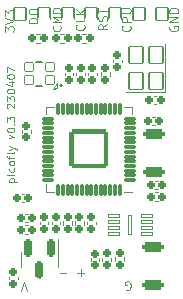
<source format=gbr>
G04 #@! TF.GenerationSoftware,KiCad,Pcbnew,(6.0.7-1)-1*
G04 #@! TF.CreationDate,2023-04-07T16:35:06+08:00*
G04 #@! TF.ProjectId,picofly,7069636f-666c-4792-9e6b-696361645f70,REV1*
G04 #@! TF.SameCoordinates,Original*
G04 #@! TF.FileFunction,Legend,Top*
G04 #@! TF.FilePolarity,Positive*
%FSLAX46Y46*%
G04 Gerber Fmt 4.6, Leading zero omitted, Abs format (unit mm)*
G04 Created by KiCad (PCBNEW (6.0.7-1)-1) date 2023-04-07 16:35:06*
%MOMM*%
%LPD*%
G01*
G04 APERTURE LIST*
G04 Aperture macros list*
%AMRoundRect*
0 Rectangle with rounded corners*
0 $1 Rounding radius*
0 $2 $3 $4 $5 $6 $7 $8 $9 X,Y pos of 4 corners*
0 Add a 4 corners polygon primitive as box body*
4,1,4,$2,$3,$4,$5,$6,$7,$8,$9,$2,$3,0*
0 Add four circle primitives for the rounded corners*
1,1,$1+$1,$2,$3*
1,1,$1+$1,$4,$5*
1,1,$1+$1,$6,$7*
1,1,$1+$1,$8,$9*
0 Add four rect primitives between the rounded corners*
20,1,$1+$1,$2,$3,$4,$5,0*
20,1,$1+$1,$4,$5,$6,$7,0*
20,1,$1+$1,$6,$7,$8,$9,0*
20,1,$1+$1,$8,$9,$2,$3,0*%
G04 Aperture macros list end*
%ADD10C,0.100000*%
%ADD11C,0.120000*%
%ADD12C,0.127000*%
%ADD13C,0.200000*%
%ADD14RoundRect,0.251000X-0.700000X-0.200000X0.700000X-0.200000X0.700000X0.200000X-0.700000X0.200000X0*%
%ADD15RoundRect,0.051000X0.600000X-0.700000X0.600000X0.700000X-0.600000X0.700000X-0.600000X-0.700000X0*%
%ADD16RoundRect,0.191000X0.170000X-0.140000X0.170000X0.140000X-0.170000X0.140000X-0.170000X-0.140000X0*%
%ADD17RoundRect,0.191000X-0.140000X-0.170000X0.140000X-0.170000X0.140000X0.170000X-0.140000X0.170000X0*%
%ADD18RoundRect,0.186000X0.185000X-0.135000X0.185000X0.135000X-0.185000X0.135000X-0.185000X-0.135000X0*%
%ADD19RoundRect,0.191000X0.140000X0.170000X-0.140000X0.170000X-0.140000X-0.170000X0.140000X-0.170000X0*%
%ADD20RoundRect,0.186000X0.135000X0.185000X-0.135000X0.185000X-0.135000X-0.185000X0.135000X-0.185000X0*%
%ADD21RoundRect,0.191000X-0.170000X0.140000X-0.170000X-0.140000X0.170000X-0.140000X0.170000X0.140000X0*%
%ADD22RoundRect,0.186000X-0.185000X0.135000X-0.185000X-0.135000X0.185000X-0.135000X0.185000X0.135000X0*%
%ADD23RoundRect,0.051000X-0.350000X-0.350000X0.350000X-0.350000X0.350000X0.350000X-0.350000X0.350000X0*%
%ADD24O,1.102000X1.102000*%
%ADD25RoundRect,0.051000X-0.500000X0.550000X-0.500000X-0.550000X0.500000X-0.550000X0.500000X0.550000X0*%
%ADD26RoundRect,0.051000X0.450000X0.150000X-0.450000X0.150000X-0.450000X-0.150000X0.450000X-0.150000X0*%
%ADD27RoundRect,0.051000X-0.125000X0.825000X-0.125000X-0.825000X0.125000X-0.825000X0.125000X0.825000X0*%
%ADD28RoundRect,0.201000X-0.150000X0.587500X-0.150000X-0.587500X0.150000X-0.587500X0.150000X0.587500X0*%
%ADD29RoundRect,0.101000X0.387500X0.050000X-0.387500X0.050000X-0.387500X-0.050000X0.387500X-0.050000X0*%
%ADD30RoundRect,0.101000X0.050000X0.387500X-0.050000X0.387500X-0.050000X-0.387500X0.050000X-0.387500X0*%
%ADD31RoundRect,0.195000X1.456000X1.456000X-1.456000X1.456000X-1.456000X-1.456000X1.456000X-1.456000X0*%
%ADD32C,1.302000*%
G04 APERTURE END LIST*
D10*
X105385714Y-98046428D02*
X104814285Y-98046428D01*
X110403571Y-99475000D02*
X110475000Y-99510714D01*
X110582142Y-99510714D01*
X110689285Y-99475000D01*
X110760714Y-99403571D01*
X110796428Y-99332142D01*
X110832142Y-99189285D01*
X110832142Y-99082142D01*
X110796428Y-98939285D01*
X110760714Y-98867857D01*
X110689285Y-98796428D01*
X110582142Y-98760714D01*
X110510714Y-98760714D01*
X110403571Y-98796428D01*
X110367857Y-98832142D01*
X110367857Y-99082142D01*
X110510714Y-99082142D01*
X106867857Y-77046428D02*
X106903571Y-77082142D01*
X106939285Y-77189285D01*
X106939285Y-77260714D01*
X106903571Y-77367857D01*
X106832142Y-77439285D01*
X106760714Y-77475000D01*
X106617857Y-77510714D01*
X106510714Y-77510714D01*
X106367857Y-77475000D01*
X106296428Y-77439285D01*
X106225000Y-77367857D01*
X106189285Y-77260714D01*
X106189285Y-77189285D01*
X106225000Y-77082142D01*
X106260714Y-77046428D01*
X106939285Y-76367857D02*
X106939285Y-76725000D01*
X106189285Y-76725000D01*
X106939285Y-76117857D02*
X106189285Y-76117857D01*
X106939285Y-75689285D02*
X106510714Y-76010714D01*
X106189285Y-75689285D02*
X106617857Y-76117857D01*
X102939285Y-76889285D02*
X102189285Y-76889285D01*
X102189285Y-76710714D01*
X102225000Y-76603571D01*
X102296428Y-76532142D01*
X102367857Y-76496428D01*
X102510714Y-76460714D01*
X102617857Y-76460714D01*
X102760714Y-76496428D01*
X102832142Y-76532142D01*
X102903571Y-76603571D01*
X102939285Y-76710714D01*
X102939285Y-76889285D01*
X102189285Y-75996428D02*
X102189285Y-75853571D01*
X102225000Y-75782142D01*
X102296428Y-75710714D01*
X102439285Y-75675000D01*
X102689285Y-75675000D01*
X102832142Y-75710714D01*
X102903571Y-75782142D01*
X102939285Y-75853571D01*
X102939285Y-75996428D01*
X102903571Y-76067857D01*
X102832142Y-76139285D01*
X102689285Y-76175000D01*
X102439285Y-76175000D01*
X102296428Y-76139285D01*
X102225000Y-76067857D01*
X102189285Y-75996428D01*
X102050000Y-99610714D02*
X101800000Y-98860714D01*
X101550000Y-99610714D01*
X108839285Y-77010714D02*
X108482142Y-77260714D01*
X108839285Y-77439285D02*
X108089285Y-77439285D01*
X108089285Y-77153571D01*
X108125000Y-77082142D01*
X108160714Y-77046428D01*
X108232142Y-77010714D01*
X108339285Y-77010714D01*
X108410714Y-77046428D01*
X108446428Y-77082142D01*
X108482142Y-77153571D01*
X108482142Y-77439285D01*
X108803571Y-76725000D02*
X108839285Y-76617857D01*
X108839285Y-76439285D01*
X108803571Y-76367857D01*
X108767857Y-76332142D01*
X108696428Y-76296428D01*
X108625000Y-76296428D01*
X108553571Y-76332142D01*
X108517857Y-76367857D01*
X108482142Y-76439285D01*
X108446428Y-76582142D01*
X108410714Y-76653571D01*
X108375000Y-76689285D01*
X108303571Y-76725000D01*
X108232142Y-76725000D01*
X108160714Y-76689285D01*
X108125000Y-76653571D01*
X108089285Y-76582142D01*
X108089285Y-76403571D01*
X108125000Y-76296428D01*
X108089285Y-76082142D02*
X108089285Y-75653571D01*
X108839285Y-75867857D02*
X108089285Y-75867857D01*
X110767857Y-77135714D02*
X110803571Y-77171428D01*
X110839285Y-77278571D01*
X110839285Y-77350000D01*
X110803571Y-77457142D01*
X110732142Y-77528571D01*
X110660714Y-77564285D01*
X110517857Y-77600000D01*
X110410714Y-77600000D01*
X110267857Y-77564285D01*
X110196428Y-77528571D01*
X110125000Y-77457142D01*
X110089285Y-77350000D01*
X110089285Y-77278571D01*
X110125000Y-77171428D01*
X110160714Y-77135714D01*
X110839285Y-76814285D02*
X110089285Y-76814285D01*
X110089285Y-76528571D01*
X110125000Y-76457142D01*
X110160714Y-76421428D01*
X110232142Y-76385714D01*
X110339285Y-76385714D01*
X110410714Y-76421428D01*
X110446428Y-76457142D01*
X110482142Y-76528571D01*
X110482142Y-76814285D01*
X110089285Y-76064285D02*
X110696428Y-76064285D01*
X110767857Y-76028571D01*
X110803571Y-75992857D01*
X110839285Y-75921428D01*
X110839285Y-75778571D01*
X110803571Y-75707142D01*
X110767857Y-75671428D01*
X110696428Y-75635714D01*
X110089285Y-75635714D01*
X100189285Y-77628571D02*
X100189285Y-77164285D01*
X100475000Y-77414285D01*
X100475000Y-77307142D01*
X100510714Y-77235714D01*
X100546428Y-77200000D01*
X100617857Y-77164285D01*
X100796428Y-77164285D01*
X100867857Y-77200000D01*
X100903571Y-77235714D01*
X100939285Y-77307142D01*
X100939285Y-77521428D01*
X100903571Y-77592857D01*
X100867857Y-77628571D01*
X100189285Y-76950000D02*
X100939285Y-76700000D01*
X100189285Y-76450000D01*
X100189285Y-76271428D02*
X100189285Y-75807142D01*
X100475000Y-76057142D01*
X100475000Y-75950000D01*
X100510714Y-75878571D01*
X100546428Y-75842857D01*
X100617857Y-75807142D01*
X100796428Y-75807142D01*
X100867857Y-75842857D01*
X100903571Y-75878571D01*
X100939285Y-75950000D01*
X100939285Y-76164285D01*
X100903571Y-76235714D01*
X100867857Y-76271428D01*
X104850000Y-77133333D02*
X104883333Y-77166666D01*
X104916666Y-77266666D01*
X104916666Y-77333333D01*
X104883333Y-77433333D01*
X104816666Y-77500000D01*
X104750000Y-77533333D01*
X104616666Y-77566666D01*
X104516666Y-77566666D01*
X104383333Y-77533333D01*
X104316666Y-77500000D01*
X104250000Y-77433333D01*
X104216666Y-77333333D01*
X104216666Y-77266666D01*
X104250000Y-77166666D01*
X104283333Y-77133333D01*
X104916666Y-76833333D02*
X104216666Y-76833333D01*
X104716666Y-76600000D01*
X104216666Y-76366666D01*
X104916666Y-76366666D01*
X104916666Y-76033333D02*
X104216666Y-76033333D01*
X104216666Y-75866666D01*
X104250000Y-75766666D01*
X104316666Y-75700000D01*
X104383333Y-75666666D01*
X104516666Y-75633333D01*
X104616666Y-75633333D01*
X104750000Y-75666666D01*
X104816666Y-75700000D01*
X104883333Y-75766666D01*
X104916666Y-75866666D01*
X104916666Y-76033333D01*
X100560714Y-90344047D02*
X101210714Y-90344047D01*
X100591666Y-90344047D02*
X100560714Y-90282142D01*
X100560714Y-90158333D01*
X100591666Y-90096428D01*
X100622619Y-90065476D01*
X100684523Y-90034523D01*
X100870238Y-90034523D01*
X100932142Y-90065476D01*
X100963095Y-90096428D01*
X100994047Y-90158333D01*
X100994047Y-90282142D01*
X100963095Y-90344047D01*
X100994047Y-89755952D02*
X100560714Y-89755952D01*
X100344047Y-89755952D02*
X100375000Y-89786904D01*
X100405952Y-89755952D01*
X100375000Y-89725000D01*
X100344047Y-89755952D01*
X100405952Y-89755952D01*
X100963095Y-89167857D02*
X100994047Y-89229761D01*
X100994047Y-89353571D01*
X100963095Y-89415476D01*
X100932142Y-89446428D01*
X100870238Y-89477380D01*
X100684523Y-89477380D01*
X100622619Y-89446428D01*
X100591666Y-89415476D01*
X100560714Y-89353571D01*
X100560714Y-89229761D01*
X100591666Y-89167857D01*
X100994047Y-88796428D02*
X100963095Y-88858333D01*
X100932142Y-88889285D01*
X100870238Y-88920238D01*
X100684523Y-88920238D01*
X100622619Y-88889285D01*
X100591666Y-88858333D01*
X100560714Y-88796428D01*
X100560714Y-88703571D01*
X100591666Y-88641666D01*
X100622619Y-88610714D01*
X100684523Y-88579761D01*
X100870238Y-88579761D01*
X100932142Y-88610714D01*
X100963095Y-88641666D01*
X100994047Y-88703571D01*
X100994047Y-88796428D01*
X100560714Y-88394047D02*
X100560714Y-88146428D01*
X100994047Y-88301190D02*
X100436904Y-88301190D01*
X100375000Y-88270238D01*
X100344047Y-88208333D01*
X100344047Y-88146428D01*
X100994047Y-87836904D02*
X100963095Y-87898809D01*
X100901190Y-87929761D01*
X100344047Y-87929761D01*
X100560714Y-87651190D02*
X100994047Y-87496428D01*
X100560714Y-87341666D02*
X100994047Y-87496428D01*
X101148809Y-87558333D01*
X101179761Y-87589285D01*
X101210714Y-87651190D01*
X100560714Y-86660714D02*
X100994047Y-86505952D01*
X100560714Y-86351190D01*
X100344047Y-85979761D02*
X100344047Y-85917857D01*
X100375000Y-85855952D01*
X100405952Y-85825000D01*
X100467857Y-85794047D01*
X100591666Y-85763095D01*
X100746428Y-85763095D01*
X100870238Y-85794047D01*
X100932142Y-85825000D01*
X100963095Y-85855952D01*
X100994047Y-85917857D01*
X100994047Y-85979761D01*
X100963095Y-86041666D01*
X100932142Y-86072619D01*
X100870238Y-86103571D01*
X100746428Y-86134523D01*
X100591666Y-86134523D01*
X100467857Y-86103571D01*
X100405952Y-86072619D01*
X100375000Y-86041666D01*
X100344047Y-85979761D01*
X100932142Y-85484523D02*
X100963095Y-85453571D01*
X100994047Y-85484523D01*
X100963095Y-85515476D01*
X100932142Y-85484523D01*
X100994047Y-85484523D01*
X100344047Y-85236904D02*
X100344047Y-84834523D01*
X100591666Y-85051190D01*
X100591666Y-84958333D01*
X100622619Y-84896428D01*
X100653571Y-84865476D01*
X100715476Y-84834523D01*
X100870238Y-84834523D01*
X100932142Y-84865476D01*
X100963095Y-84896428D01*
X100994047Y-84958333D01*
X100994047Y-85144047D01*
X100963095Y-85205952D01*
X100932142Y-85236904D01*
X100405952Y-84091666D02*
X100375000Y-84060714D01*
X100344047Y-83998809D01*
X100344047Y-83844047D01*
X100375000Y-83782142D01*
X100405952Y-83751190D01*
X100467857Y-83720238D01*
X100529761Y-83720238D01*
X100622619Y-83751190D01*
X100994047Y-84122619D01*
X100994047Y-83720238D01*
X100344047Y-83503571D02*
X100344047Y-83101190D01*
X100591666Y-83317857D01*
X100591666Y-83225000D01*
X100622619Y-83163095D01*
X100653571Y-83132142D01*
X100715476Y-83101190D01*
X100870238Y-83101190D01*
X100932142Y-83132142D01*
X100963095Y-83163095D01*
X100994047Y-83225000D01*
X100994047Y-83410714D01*
X100963095Y-83472619D01*
X100932142Y-83503571D01*
X100344047Y-82698809D02*
X100344047Y-82636904D01*
X100375000Y-82575000D01*
X100405952Y-82544047D01*
X100467857Y-82513095D01*
X100591666Y-82482142D01*
X100746428Y-82482142D01*
X100870238Y-82513095D01*
X100932142Y-82544047D01*
X100963095Y-82575000D01*
X100994047Y-82636904D01*
X100994047Y-82698809D01*
X100963095Y-82760714D01*
X100932142Y-82791666D01*
X100870238Y-82822619D01*
X100746428Y-82853571D01*
X100591666Y-82853571D01*
X100467857Y-82822619D01*
X100405952Y-82791666D01*
X100375000Y-82760714D01*
X100344047Y-82698809D01*
X100560714Y-81925000D02*
X100994047Y-81925000D01*
X100313095Y-82079761D02*
X100777380Y-82234523D01*
X100777380Y-81832142D01*
X100344047Y-81460714D02*
X100344047Y-81398809D01*
X100375000Y-81336904D01*
X100405952Y-81305952D01*
X100467857Y-81275000D01*
X100591666Y-81244047D01*
X100746428Y-81244047D01*
X100870238Y-81275000D01*
X100932142Y-81305952D01*
X100963095Y-81336904D01*
X100994047Y-81398809D01*
X100994047Y-81460714D01*
X100963095Y-81522619D01*
X100932142Y-81553571D01*
X100870238Y-81584523D01*
X100746428Y-81615476D01*
X100591666Y-81615476D01*
X100467857Y-81584523D01*
X100405952Y-81553571D01*
X100375000Y-81522619D01*
X100344047Y-81460714D01*
X100344047Y-81027380D02*
X100344047Y-80594047D01*
X100994047Y-80872619D01*
X106885714Y-98046428D02*
X106314285Y-98046428D01*
X106600000Y-97760714D02*
X106600000Y-98332142D01*
X114125000Y-77171428D02*
X114089285Y-77242857D01*
X114089285Y-77350000D01*
X114125000Y-77457142D01*
X114196428Y-77528571D01*
X114267857Y-77564285D01*
X114410714Y-77600000D01*
X114517857Y-77600000D01*
X114660714Y-77564285D01*
X114732142Y-77528571D01*
X114803571Y-77457142D01*
X114839285Y-77350000D01*
X114839285Y-77278571D01*
X114803571Y-77171428D01*
X114767857Y-77135714D01*
X114517857Y-77135714D01*
X114517857Y-77278571D01*
X114839285Y-76814285D02*
X114089285Y-76814285D01*
X114839285Y-76385714D01*
X114089285Y-76385714D01*
X114839285Y-76028571D02*
X114089285Y-76028571D01*
X114089285Y-75850000D01*
X114125000Y-75742857D01*
X114196428Y-75671428D01*
X114267857Y-75635714D01*
X114410714Y-75600000D01*
X114517857Y-75600000D01*
X114660714Y-75635714D01*
X114732142Y-75671428D01*
X114803571Y-75742857D01*
X114839285Y-75850000D01*
X114839285Y-76028571D01*
D11*
X110450000Y-82700000D02*
X113750000Y-82700000D01*
X113750000Y-82700000D02*
X113750000Y-78700000D01*
X101640000Y-86207836D02*
X101640000Y-85992164D01*
X102360000Y-86207836D02*
X102360000Y-85992164D01*
X112668164Y-84840000D02*
X112883836Y-84840000D01*
X112668164Y-85560000D02*
X112883836Y-85560000D01*
X108320000Y-81353641D02*
X108320000Y-81046359D01*
X109080000Y-81353641D02*
X109080000Y-81046359D01*
X101260000Y-98607836D02*
X101260000Y-98392164D01*
X100540000Y-98607836D02*
X100540000Y-98392164D01*
X102107836Y-94040000D02*
X101892164Y-94040000D01*
X102107836Y-94760000D02*
X101892164Y-94760000D01*
X105153641Y-77820000D02*
X104846359Y-77820000D01*
X105153641Y-78580000D02*
X104846359Y-78580000D01*
X104860000Y-93732164D02*
X104860000Y-93947836D01*
X104140000Y-93732164D02*
X104140000Y-93947836D01*
X110280000Y-96746359D02*
X110280000Y-97053641D01*
X109520000Y-96746359D02*
X109520000Y-97053641D01*
X106960000Y-81307836D02*
X106960000Y-81092164D01*
X106240000Y-81307836D02*
X106240000Y-81092164D01*
X112892164Y-91960000D02*
X113107836Y-91960000D01*
X112892164Y-91240000D02*
X113107836Y-91240000D01*
X107440000Y-96802164D02*
X107440000Y-97017836D01*
X108160000Y-96802164D02*
X108160000Y-97017836D01*
X109340000Y-79992164D02*
X109340000Y-80207836D01*
X110060000Y-79992164D02*
X110060000Y-80207836D01*
X107960000Y-81307836D02*
X107960000Y-81092164D01*
X107240000Y-81307836D02*
X107240000Y-81092164D01*
X103153641Y-77820000D02*
X102846359Y-77820000D01*
X103153641Y-78580000D02*
X102846359Y-78580000D01*
X104260000Y-82450000D02*
X104610000Y-81950000D01*
X104620000Y-82440000D02*
X104260000Y-82450000D01*
X104610000Y-81950000D02*
X104620000Y-82440000D01*
D12*
X103345000Y-80200000D02*
X102855000Y-80200000D01*
X103345000Y-82200000D02*
X102855000Y-82200000D01*
D13*
X105030000Y-82200000D02*
G75*
G03*
X105030000Y-82200000I-100000J0D01*
G01*
D11*
X105120000Y-93993641D02*
X105120000Y-93686359D01*
X105880000Y-93993641D02*
X105880000Y-93686359D01*
X105240000Y-81307836D02*
X105240000Y-81092164D01*
X105960000Y-81307836D02*
X105960000Y-81092164D01*
X109180000Y-96756359D02*
X109180000Y-97063641D01*
X108420000Y-96756359D02*
X108420000Y-97063641D01*
X112792164Y-83040000D02*
X113007836Y-83040000D01*
X112792164Y-83760000D02*
X113007836Y-83760000D01*
X107140000Y-93732164D02*
X107140000Y-93947836D01*
X107860000Y-93732164D02*
X107860000Y-93947836D01*
X104660000Y-96900000D02*
X104660000Y-95225000D01*
X101540000Y-96900000D02*
X101540000Y-96250000D01*
X101540000Y-96900000D02*
X101540000Y-97550000D01*
X104660000Y-96900000D02*
X104660000Y-97550000D01*
X103860000Y-93732164D02*
X103860000Y-93947836D01*
X103140000Y-93732164D02*
X103140000Y-93947836D01*
X104340000Y-83990000D02*
X103690000Y-83990000D01*
X103690000Y-83990000D02*
X103690000Y-84640000D01*
X110260000Y-83990000D02*
X110910000Y-83990000D01*
X110260000Y-91210000D02*
X110910000Y-91210000D01*
X103690000Y-91210000D02*
X103690000Y-90560000D01*
X110910000Y-83990000D02*
X110910000Y-84640000D01*
X104340000Y-91210000D02*
X103690000Y-91210000D01*
X107053641Y-78580000D02*
X106746359Y-78580000D01*
X107053641Y-77820000D02*
X106746359Y-77820000D01*
X101807836Y-91340000D02*
X101592164Y-91340000D01*
X101807836Y-92060000D02*
X101592164Y-92060000D01*
X112892164Y-90240000D02*
X113107836Y-90240000D01*
X112892164Y-90960000D02*
X113107836Y-90960000D01*
X106120000Y-93993641D02*
X106120000Y-93686359D01*
X106880000Y-93993641D02*
X106880000Y-93686359D01*
X102107836Y-93760000D02*
X101892164Y-93760000D01*
X102107836Y-93040000D02*
X101892164Y-93040000D01*
%LPC*%
D14*
X112776000Y-86284000D03*
X112776000Y-89484000D03*
X112700000Y-95900000D03*
X112700000Y-99100000D03*
D15*
X112950000Y-81800000D03*
X112950000Y-79600000D03*
X111250000Y-79600000D03*
X111250000Y-81800000D03*
D16*
X102000000Y-86580000D03*
X102000000Y-85620000D03*
D17*
X112296000Y-85200000D03*
X113256000Y-85200000D03*
D18*
X108700000Y-81710000D03*
X108700000Y-80690000D03*
D16*
X100900000Y-98980000D03*
X100900000Y-98020000D03*
D19*
X102480000Y-94400000D03*
X101520000Y-94400000D03*
D20*
X105510000Y-78200000D03*
X104490000Y-78200000D03*
D21*
X104500000Y-93360000D03*
X104500000Y-94320000D03*
D22*
X109900000Y-96390000D03*
X109900000Y-97410000D03*
D16*
X106600000Y-81680000D03*
X106600000Y-80720000D03*
D17*
X112520000Y-91600000D03*
X113480000Y-91600000D03*
D21*
X107800000Y-96430000D03*
X107800000Y-97390000D03*
X109700000Y-79620000D03*
X109700000Y-80580000D03*
D16*
X107600000Y-81680000D03*
X107600000Y-80720000D03*
D20*
X103510000Y-78200000D03*
X102490000Y-78200000D03*
D23*
X104015000Y-81750000D03*
X104015000Y-80650000D03*
X102185000Y-80650000D03*
X102185000Y-81750000D03*
D18*
X105500000Y-94350000D03*
X105500000Y-93330000D03*
D16*
X105600000Y-81680000D03*
X105600000Y-80720000D03*
D22*
X108800000Y-96400000D03*
X108800000Y-97420000D03*
D24*
X101500000Y-76700000D03*
D25*
X101500000Y-76150000D03*
X103500000Y-76150000D03*
D24*
X103500000Y-76700000D03*
D25*
X105500000Y-76150000D03*
D24*
X105500000Y-76700000D03*
D25*
X107500000Y-76150000D03*
D24*
X107500000Y-76700000D03*
D25*
X109500000Y-76150000D03*
D24*
X109500000Y-76700000D03*
X111500000Y-76700000D03*
D25*
X111500000Y-76150000D03*
D24*
X113500000Y-76700000D03*
D25*
X113500000Y-76150000D03*
D17*
X112420000Y-83400000D03*
X113380000Y-83400000D03*
D26*
X112200000Y-94750000D03*
X112200000Y-94250000D03*
X112200000Y-93750000D03*
X112200000Y-93250000D03*
X109400000Y-93250000D03*
X109400000Y-93750000D03*
X109400000Y-94250000D03*
X109400000Y-94750000D03*
D27*
X110800000Y-94000000D03*
D21*
X107500000Y-93360000D03*
X107500000Y-94320000D03*
D28*
X104050000Y-95962500D03*
X102150000Y-95962500D03*
X103100000Y-97837500D03*
D21*
X103500000Y-93360000D03*
X103500000Y-94320000D03*
D29*
X110737500Y-90200000D03*
X110737500Y-89800000D03*
X110737500Y-89400000D03*
X110737500Y-89000000D03*
X110737500Y-88600000D03*
X110737500Y-88200000D03*
X110737500Y-87800000D03*
X110737500Y-87400000D03*
X110737500Y-87000000D03*
X110737500Y-86600000D03*
X110737500Y-86200000D03*
X110737500Y-85800000D03*
X110737500Y-85400000D03*
X110737500Y-85000000D03*
D30*
X109900000Y-84162500D03*
X109500000Y-84162500D03*
X109100000Y-84162500D03*
X108700000Y-84162500D03*
X108300000Y-84162500D03*
X107900000Y-84162500D03*
X107500000Y-84162500D03*
X107100000Y-84162500D03*
X106700000Y-84162500D03*
X106300000Y-84162500D03*
X105900000Y-84162500D03*
X105500000Y-84162500D03*
X105100000Y-84162500D03*
X104700000Y-84162500D03*
D29*
X103862500Y-85000000D03*
X103862500Y-85400000D03*
X103862500Y-85800000D03*
X103862500Y-86200000D03*
X103862500Y-86600000D03*
X103862500Y-87000000D03*
X103862500Y-87400000D03*
X103862500Y-87800000D03*
X103862500Y-88200000D03*
X103862500Y-88600000D03*
X103862500Y-89000000D03*
X103862500Y-89400000D03*
X103862500Y-89800000D03*
X103862500Y-90200000D03*
D30*
X104700000Y-91037500D03*
X105100000Y-91037500D03*
X105500000Y-91037500D03*
X105900000Y-91037500D03*
X106300000Y-91037500D03*
X106700000Y-91037500D03*
X107100000Y-91037500D03*
X107500000Y-91037500D03*
X107900000Y-91037500D03*
X108300000Y-91037500D03*
X108700000Y-91037500D03*
X109100000Y-91037500D03*
X109500000Y-91037500D03*
X109900000Y-91037500D03*
D31*
X107300000Y-87600000D03*
D20*
X107410000Y-78200000D03*
X106390000Y-78200000D03*
D19*
X102180000Y-91700000D03*
X101220000Y-91700000D03*
D32*
X103000000Y-99200000D03*
X105000000Y-99200000D03*
X107000000Y-99200000D03*
X109000000Y-99200000D03*
D17*
X112520000Y-90600000D03*
X113480000Y-90600000D03*
D18*
X106500000Y-94350000D03*
X106500000Y-93330000D03*
D19*
X102480000Y-93400000D03*
X101520000Y-93400000D03*
M02*

</source>
